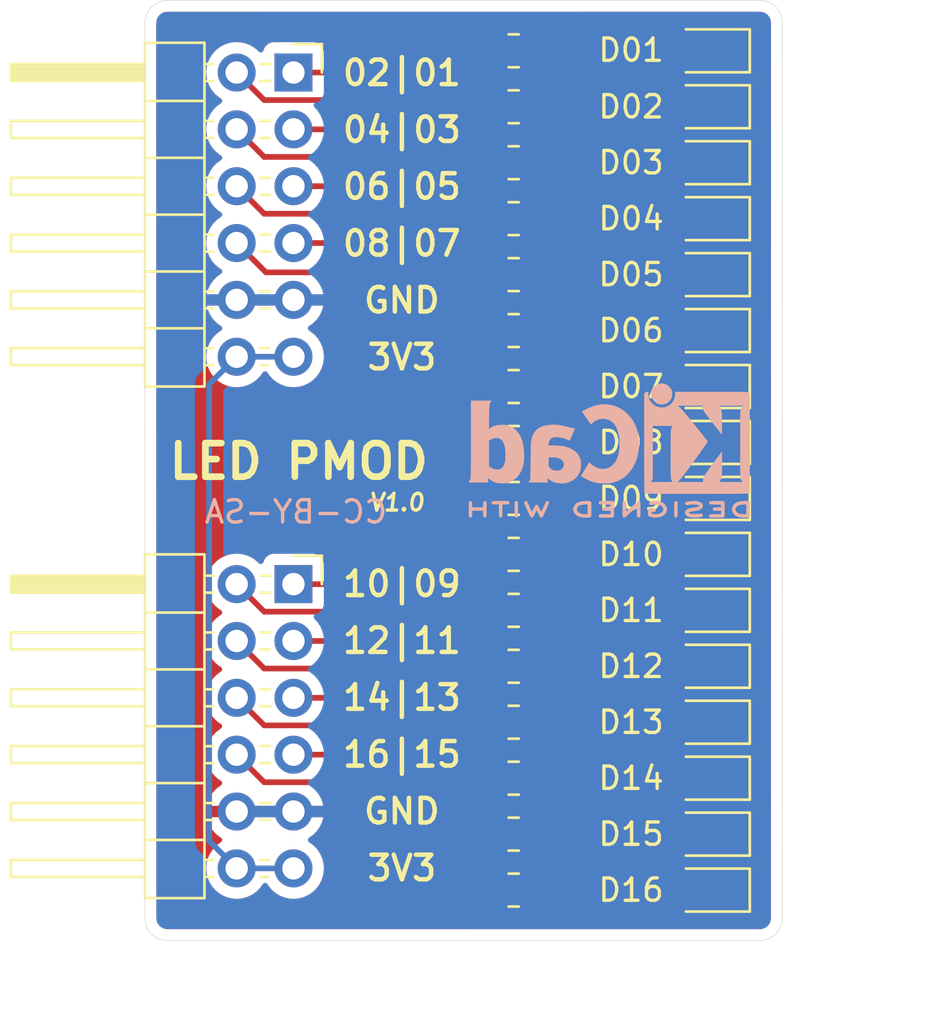
<source format=kicad_pcb>
(kicad_pcb (version 20211014) (generator pcbnew)
  (title_block (title "PMOD LED Array") (date "2022-04-18") (rev "1.0"))
  (layers (0 "F.Cu" signal) (31 "B.Cu" signal) (34 "B.Paste" user) (35 "F.Paste" user) (36 "B.SilkS" user "B.Silkscreen") (37 "F.SilkS" user "F.Silkscreen") (38 "B.Mask" user) (39 "F.Mask" user) (44 "Edge.Cuts" user))
  (net 0 "")
  (net 1 "GND")
  (net 2 "Net-(D1-Pad2)")
  (net 3 "Net-(D2-Pad2)")
  (net 4 "Net-(D3-Pad2)")
  (net 5 "Net-(D4-Pad2)")
  (net 6 "Net-(D5-Pad2)")
  (net 7 "Net-(D6-Pad2)")
  (net 8 "Net-(D7-Pad2)")
  (net 9 "Net-(D8-Pad2)")
  (net 10 "Net-(D9-Pad2)")
  (net 11 "Net-(D10-Pad2)")
  (net 12 "Net-(D11-Pad2)")
  (net 13 "Net-(D12-Pad2)")
  (net 14 "Net-(D13-Pad2)")
  (net 15 "Net-(D14-Pad2)")
  (net 16 "Net-(D15-Pad2)")
  (net 17 "Net-(D16-Pad2)")
  (net 18 "/p1")
  (net 19 "/p3")
  (net 20 "/p5")
  (net 21 "/p7")
  (net 22 "+3V3")
  (net 23 "/p2")
  (net 24 "/p4")
  (net 25 "/p6")
  (net 26 "/p8")
  (net 27 "/p9")
  (net 28 "/p11")
  (net 29 "/p13")
  (net 30 "/p15")
  (net 31 "/p10")
  (net 32 "/p12")
  (net 33 "/p14")
  (net 34 "/p16")
  (footprint "Pmod:Pmod_Header_2x06_P2.54mm_Horizontal" (layer "F.Cu") (at 102.71 86.92 180)
    (fp_text reference "J1")
    (fp_text value "PMOD")
    (pad "1" thru_hole rect (at 0 12.7 180) (size 1.7 1.7) (drill 1) (layers *.Cu *.Mask) (net 18 "/p1"))
    (pad "2" thru_hole oval (at 0 10.16 180) (size 1.7 1.7) (drill 1) (layers *.Cu *.Mask) (net 19 "/p3"))
    (pad "3" thru_hole oval (at 0 7.62 180) (size 1.7 1.7) (drill 1) (layers *.Cu *.Mask) (net 20 "/p5"))
    (pad "4" thru_hole oval (at 0 5.08 180) (size 1.7 1.7) (drill 1) (layers *.Cu *.Mask) (net 21 "/p7"))
    (pad "5" thru_hole oval (at 0 2.54 180) (size 1.7 1.7) (drill 1) (layers *.Cu *.Mask) (net 1 "GND"))
    (pad "6" thru_hole circle (at 0 0 180) (size 1.7 1.7) (drill 1) (layers *.Cu *.Mask) (net 22 "+3V3"))
    (pad "7" thru_hole circle (at 2.54 12.7 180) (size 1.7 1.7) (drill 1) (layers *.Cu *.Mask) (net 23 "/p2"))
    (pad "8" thru_hole oval (at 2.54 10.16 180) (size 1.7 1.7) (drill 1) (layers *.Cu *.Mask) (net 24 "/p4"))
    (pad "9" thru_hole oval (at 2.54 7.62 180) (size 1.7 1.7) (drill 1) (layers *.Cu *.Mask) (net 25 "/p6"))
    (pad "10" thru_hole oval (at 2.54 5.08 180) (size 1.7 1.7) (drill 1) (layers *.Cu *.Mask) (net 26 "/p8"))
    (pad "11" thru_hole oval (at 2.54 2.54 180) (size 1.7 1.7) (drill 1) (layers *.Cu *.Mask) (net 1 "GND"))
    (pad "12" thru_hole oval (at 2.54 0 180) (size 1.7 1.7) (drill 1) (layers *.Cu *.Mask) (net 22 "+3V3"))
  )
  (footprint "Resistor_SMD:R_0805_2012Metric_Pad1.20x1.40mm_HandSolder" (layer "F.Cu") (at 112.56 83.25)
    (fp_text reference "R5" hide)
    (fp_text value "220" hide)
    (pad "1" smd roundrect (at -1 0) (size 1.2 1.4) (layers "F.Cu" "F.Paste" "F.Mask") (roundrect_rratio 0.2083333333) (net 20 "/p5"))
    (pad "2" smd roundrect (at 1 0) (size 1.2 1.4) (layers "F.Cu" "F.Paste" "F.Mask") (roundrect_rratio 0.2083333333) (net 6 "Net-(D5-Pad2)"))
  )
  (footprint "LED_SMD:LED_0805_2012Metric_Pad1.15x1.40mm_HandSolder" (layer "F.Cu") (at 121.26 80.75 180)
    (fp_text reference "D04" (at 3.45 0) (layer "F.SilkS"))
    (fp_text value "LED" hide)
    (pad "1" smd roundrect (at -1.025 0 180) (size 1.15 1.4) (layers "F.Cu" "F.Paste" "F.Mask") (roundrect_rratio 0.2173913043) (net 1 "GND"))
    (pad "2" smd roundrect (at 1.025 0 180) (size 1.15 1.4) (layers "F.Cu" "F.Paste" "F.Mask") (roundrect_rratio 0.2173913043) (net 5 "Net-(D4-Pad2)"))
  )
  (footprint "Resistor_SMD:R_0805_2012Metric_Pad1.20x1.40mm_HandSolder" (layer "F.Cu") (at 112.56 110.75)
    (fp_text reference "R16" hide)
    (fp_text value "220" hide)
    (pad "1" smd roundrect (at -1 0) (size 1.2 1.4) (layers "F.Cu" "F.Paste" "F.Mask") (roundrect_rratio 0.2083333333) (net 34 "/p16"))
    (pad "2" smd roundrect (at 1 0) (size 1.2 1.4) (layers "F.Cu" "F.Paste" "F.Mask") (roundrect_rratio 0.2083333333) (net 17 "Net-(D16-Pad2)"))
  )
  (footprint "Resistor_SMD:R_0805_2012Metric_Pad1.20x1.40mm_HandSolder" (layer "F.Cu") (at 112.56 98.25)
    (fp_text reference "R11" hide)
    (fp_text value "220" hide)
    (pad "1" smd roundrect (at -1 0) (size 1.2 1.4) (layers "F.Cu" "F.Paste" "F.Mask") (roundrect_rratio 0.2083333333) (net 28 "/p11"))
    (pad "2" smd roundrect (at 1 0) (size 1.2 1.4) (layers "F.Cu" "F.Paste" "F.Mask") (roundrect_rratio 0.2083333333) (net 12 "Net-(D11-Pad2)"))
  )
  (footprint "Resistor_SMD:R_0805_2012Metric_Pad1.20x1.40mm_HandSolder" (layer "F.Cu") (at 112.56 75.75)
    (fp_text reference "R2" hide)
    (fp_text value "220" hide)
    (pad "1" smd roundrect (at -1 0) (size 1.2 1.4) (layers "F.Cu" "F.Paste" "F.Mask") (roundrect_rratio 0.2083333333) (net 23 "/p2"))
    (pad "2" smd roundrect (at 1 0) (size 1.2 1.4) (layers "F.Cu" "F.Paste" "F.Mask") (roundrect_rratio 0.2083333333) (net 3 "Net-(D2-Pad2)"))
  )
  (footprint "Resistor_SMD:R_0805_2012Metric_Pad1.20x1.40mm_HandSolder" (layer "F.Cu") (at 112.56 108.25)
    (fp_text reference "R15" hide)
    (fp_text value "220" hide)
    (pad "1" smd roundrect (at -1 0) (size 1.2 1.4) (layers "F.Cu" "F.Paste" "F.Mask") (roundrect_rratio 0.2083333333) (net 30 "/p15"))
    (pad "2" smd roundrect (at 1 0) (size 1.2 1.4) (layers "F.Cu" "F.Paste" "F.Mask") (roundrect_rratio 0.2083333333) (net 16 "Net-(D15-Pad2)"))
  )
  (footprint "LED_SMD:LED_0805_2012Metric_Pad1.15x1.40mm_HandSolder" (layer "F.Cu") (at 121.26 105.75 180)
    (fp_text reference "D14" (at 3.45 0) (layer "F.SilkS"))
    (fp_text value "LED" hide)
    (pad "1" smd roundrect (at -1.025 0 180) (size 1.15 1.4) (layers "F.Cu" "F.Paste" "F.Mask") (roundrect_rratio 0.2173913043) (net 1 "GND"))
    (pad "2" smd roundrect (at 1.025 0 180) (size 1.15 1.4) (layers "F.Cu" "F.Paste" "F.Mask") (roundrect_rratio 0.2173913043) (net 15 "Net-(D14-Pad2)"))
  )
  (footprint "LED_SMD:LED_0805_2012Metric_Pad1.15x1.40mm_HandSolder" (layer "F.Cu") (at 121.26 90.75 180)
    (fp_text reference "D08" (at 3.45 0) (layer "F.SilkS"))
    (fp_text value "LED" hide)
    (pad "1" smd roundrect (at -1.025 0 180) (size 1.15 1.4) (layers "F.Cu" "F.Paste" "F.Mask") (roundrect_rratio 0.2173913043) (net 1 "GND"))
    (pad "2" smd roundrect (at 1.025 0 180) (size 1.15 1.4) (layers "F.Cu" "F.Paste" "F.Mask") (roundrect_rratio 0.2173913043) (net 9 "Net-(D8-Pad2)"))
  )
  (footprint "LED_SMD:LED_0805_2012Metric_Pad1.15x1.40mm_HandSolder" (layer "F.Cu") (at 121.26 73.25 180)
    (fp_text reference "D01" (at 3.45 0.03) (layer "F.SilkS"))
    (fp_text value "LED" hide)
    (pad "1" smd roundrect (at -1.025 0 180) (size 1.15 1.4) (layers "F.Cu" "F.Paste" "F.Mask") (roundrect_rratio 0.2173913043) (net 1 "GND"))
    (pad "2" smd roundrect (at 1.025 0 180) (size 1.15 1.4) (layers "F.Cu" "F.Paste" "F.Mask") (roundrect_rratio 0.2173913043) (net 2 "Net-(D1-Pad2)"))
  )
  (footprint "LED_SMD:LED_0805_2012Metric_Pad1.15x1.40mm_HandSolder" (layer "F.Cu") (at 121.26 108.25 180)
    (fp_text reference "D15" (at 3.45 0) (layer "F.SilkS"))
    (fp_text value "LED" hide)
    (pad "1" smd roundrect (at -1.025 0 180) (size 1.15 1.4) (layers "F.Cu" "F.Paste" "F.Mask") (roundrect_rratio 0.2173913043) (net 1 "GND"))
    (pad "2" smd roundrect (at 1.025 0 180) (size 1.15 1.4) (layers "F.Cu" "F.Paste" "F.Mask") (roundrect_rratio 0.2173913043) (net 16 "Net-(D15-Pad2)"))
  )
  (footprint "Resistor_SMD:R_0805_2012Metric_Pad1.20x1.40mm_HandSolder" (layer "F.Cu") (at 112.56 78.25)
    (fp_text reference "R3" hide)
    (fp_text value "220" hide)
    (pad "1" smd roundrect (at -1 0) (size 1.2 1.4) (layers "F.Cu" "F.Paste" "F.Mask") (roundrect_rratio 0.2083333333) (net 19 "/p3"))
    (pad "2" smd roundrect (at 1 0) (size 1.2 1.4) (layers "F.Cu" "F.Paste" "F.Mask") (roundrect_rratio 0.2083333333) (net 4 "Net-(D3-Pad2)"))
  )
  (footprint "Resistor_SMD:R_0805_2012Metric_Pad1.20x1.40mm_HandSolder" (layer "F.Cu") (at 112.56 103.25)
    (fp_text reference "R13" hide)
    (fp_text value "220" hide)
    (pad "1" smd roundrect (at -1 0) (size 1.2 1.4) (layers "F.Cu" "F.Paste" "F.Mask") (roundrect_rratio 0.2083333333) (net 29 "/p13"))
    (pad "2" smd roundrect (at 1 0) (size 1.2 1.4) (layers "F.Cu" "F.Paste" "F.Mask") (roundrect_rratio 0.2083333333) (net 14 "Net-(D13-Pad2)"))
  )
  (footprint "Resistor_SMD:R_0805_2012Metric_Pad1.20x1.40mm_HandSolder" (layer "F.Cu") (at 112.56 88.25)
    (fp_text reference "R7" hide)
    (fp_text value "220" hide)
    (pad "1" smd roundrect (at -1 0) (size 1.2 1.4) (layers "F.Cu" "F.Paste" "F.Mask") (roundrect_rratio 0.2083333333) (net 21 "/p7"))
    (pad "2" smd roundrect (at 1 0) (size 1.2 1.4) (layers "F.Cu" "F.Paste" "F.Mask") (roundrect_rratio 0.2083333333) (net 8 "Net-(D7-Pad2)"))
  )
  (footprint "Resistor_SMD:R_0805_2012Metric_Pad1.20x1.40mm_HandSolder" (layer "F.Cu") (at 112.56 85.75)
    (fp_text reference "R6" hide)
    (fp_text value "220" hide)
    (pad "1" smd roundrect (at -1 0) (size 1.2 1.4) (layers "F.Cu" "F.Paste" "F.Mask") (roundrect_rratio 0.2083333333) (net 25 "/p6"))
    (pad "2" smd roundrect (at 1 0) (size 1.2 1.4) (layers "F.Cu" "F.Paste" "F.Mask") (roundrect_rratio 0.2083333333) (net 7 "Net-(D6-Pad2)"))
  )
  (footprint "LED_SMD:LED_0805_2012Metric_Pad1.15x1.40mm_HandSolder" (layer "F.Cu") (at 121.26 110.75 180)
    (fp_text reference "D16" (at 3.45 0) (layer "F.SilkS"))
    (fp_text value "LED" hide)
    (pad "1" smd roundrect (at -1.025 0 180) (size 1.15 1.4) (layers "F.Cu" "F.Paste" "F.Mask") (roundrect_rratio 0.2173913043) (net 1 "GND"))
    (pad "2" smd roundrect (at 1.025 0 180) (size 1.15 1.4) (layers "F.Cu" "F.Paste" "F.Mask") (roundrect_rratio 0.2173913043) (net 17 "Net-(D16-Pad2)"))
  )
  (footprint "LED_SMD:LED_0805_2012Metric_Pad1.15x1.40mm_HandSolder" (layer "F.Cu") (at 121.26 103.25 180)
    (fp_text reference "D13" (at 3.45 0) (layer "F.SilkS"))
    (fp_text value "LED" hide)
    (pad "1" smd roundrect (at -1.025 0 180) (size 1.15 1.4) (layers "F.Cu" "F.Paste" "F.Mask") (roundrect_rratio 0.2173913043) (net 1 "GND"))
    (pad "2" smd roundrect (at 1.025 0 180) (size 1.15 1.4) (layers "F.Cu" "F.Paste" "F.Mask") (roundrect_rratio 0.2173913043) (net 14 "Net-(D13-Pad2)"))
  )
  (footprint "Resistor_SMD:R_0805_2012Metric_Pad1.20x1.40mm_HandSolder" (layer "F.Cu") (at 112.56 100.75)
    (fp_text reference "R12" hide)
    (fp_text value "220" hide)
    (pad "1" smd roundrect (at -1 0) (size 1.2 1.4) (layers "F.Cu" "F.Paste" "F.Mask") (roundrect_rratio 0.2083333333) (net 32 "/p12"))
    (pad "2" smd roundrect (at 1 0) (size 1.2 1.4) (layers "F.Cu" "F.Paste" "F.Mask") (roundrect_rratio 0.2083333333) (net 13 "Net-(D12-Pad2)"))
  )
  (footprint "LED_SMD:LED_0805_2012Metric_Pad1.15x1.40mm_HandSolder" (layer "F.Cu") (at 121.26 93.25 180)
    (fp_text reference "D09" (at 3.45 0) (layer "F.SilkS"))
    (fp_text value "LED" hide)
    (pad "1" smd roundrect (at -1.025 0 180) (size 1.15 1.4) (layers "F.Cu" "F.Paste" "F.Mask") (roundrect_rratio 0.2173913043) (net 1 "GND"))
    (pad "2" smd roundrect (at 1.025 0 180) (size 1.15 1.4) (layers "F.Cu" "F.Paste" "F.Mask") (roundrect_rratio 0.2173913043) (net 10 "Net-(D9-Pad2)"))
  )
  (footprint "Resistor_SMD:R_0805_2012Metric_Pad1.20x1.40mm_HandSolder" (layer "F.Cu") (at 112.56 73.25)
    (fp_text reference "R1" hide)
    (fp_text value "220" hide)
    (pad "1" smd roundrect (at -1 0) (size 1.2 1.4) (layers "F.Cu" "F.Paste" "F.Mask") (roundrect_rratio 0.2083333333) (net 18 "/p1"))
    (pad "2" smd roundrect (at 1 0) (size 1.2 1.4) (layers "F.Cu" "F.Paste" "F.Mask") (roundrect_rratio 0.2083333333) (net 2 "Net-(D1-Pad2)"))
  )
  (footprint "Resistor_SMD:R_0805_2012Metric_Pad1.20x1.40mm_HandSolder" (layer "F.Cu") (at 112.56 95.75)
    (fp_text reference "R10" hide)
    (fp_text value "220" hide)
    (pad "1" smd roundrect (at -1 0) (size 1.2 1.4) (layers "F.Cu" "F.Paste" "F.Mask") (roundrect_rratio 0.2083333333) (net 31 "/p10"))
    (pad "2" smd roundrect (at 1 0) (size 1.2 1.4) (layers "F.Cu" "F.Paste" "F.Mask") (roundrect_rratio 0.2083333333) (net 11 "Net-(D10-Pad2)"))
  )
  (footprint "LED_SMD:LED_0805_2012Metric_Pad1.15x1.40mm_HandSolder" (layer "F.Cu") (at 121.26 75.75 180)
    (fp_text reference "D02" (at 3.45 0) (layer "F.SilkS"))
    (fp_text value "LED" hide)
    (pad "1" smd roundrect (at -1.025 0 180) (size 1.15 1.4) (layers "F.Cu" "F.Paste" "F.Mask") (roundrect_rratio 0.2173913043) (net 1 "GND"))
    (pad "2" smd roundrect (at 1.025 0 180) (size 1.15 1.4) (layers "F.Cu" "F.Paste" "F.Mask") (roundrect_rratio 0.2173913043) (net 3 "Net-(D2-Pad2)"))
  )
  (footprint "Resistor_SMD:R_0805_2012Metric_Pad1.20x1.40mm_HandSolder" (layer "F.Cu") (at 112.56 90.75)
    (fp_text reference "R8" hide)
    (fp_text value "220" hide)
    (pad "1" smd roundrect (at -1 0) (size 1.2 1.4) (layers "F.Cu" "F.Paste" "F.Mask") (roundrect_rratio 0.2083333333) (net 26 "/p8"))
    (pad "2" smd roundrect (at 1 0) (size 1.2 1.4) (layers "F.Cu" "F.Paste" "F.Mask") (roundrect_rratio 0.2083333333) (net 9 "Net-(D8-Pad2)"))
  )
  (footprint "LED_SMD:LED_0805_2012Metric_Pad1.15x1.40mm_HandSolder" (layer "F.Cu") (at 121.26 78.25 180)
    (fp_text reference "D03" (at 3.45 0) (layer "F.SilkS"))
    (fp_text value "LED" hide)
    (pad "1" smd roundrect (at -1.025 0 180) (size 1.15 1.4) (layers "F.Cu" "F.Paste" "F.Mask") (roundrect_rratio 0.2173913043) (net 1 "GND"))
    (pad "2" smd roundrect (at 1.025 0 180) (size 1.15 1.4) (layers "F.Cu" "F.Paste" "F.Mask") (roundrect_rratio 0.2173913043) (net 4 "Net-(D3-Pad2)"))
  )
  (footprint "LED_SMD:LED_0805_2012Metric_Pad1.15x1.40mm_HandSolder" (layer "F.Cu") (at 121.26 85.75 180)
    (fp_text reference "D06" (at 3.45 0) (layer "F.SilkS"))
    (fp_text value "LED" hide)
    (pad "1" smd roundrect (at -1.025 0 180) (size 1.15 1.4) (layers "F.Cu" "F.Paste" "F.Mask") (roundrect_rratio 0.2173913043) (net 1 "GND"))
    (pad "2" smd roundrect (at 1.025 0 180) (size 1.15 1.4) (layers "F.Cu" "F.Paste" "F.Mask") (roundrect_rratio 0.2173913043) (net 7 "Net-(D6-Pad2)"))
  )
  (footprint "Pmod:Pmod_Header_2x06_P2.54mm_Horizontal" (layer "F.Cu") (at 102.71 109.78 180)
    (fp_text reference "J2")
    (fp_text value "PMOD")
    (pad "1" thru_hole rect (at 0 12.7 180) (size 1.7 1.7) (drill 1) (layers *.Cu *.Mask) (net 27 "/p9"))
    (pad "2" thru_hole oval (at 0 10.16 180) (size 1.7 1.7) (drill 1) (layers *.Cu *.Mask) (net 28 "/p11"))
    (pad "3" thru_hole oval (at 0 7.62 180) (size 1.7 1.7) (drill 1) (layers *.Cu *.Mask) (net 29 "/p13"))
    (pad "4" thru_hole oval (at 0 5.08 180) (size 1.7 1.7) (drill 1) (layers *.Cu *.Mask) (net 30 "/p15"))
    (pad "5" thru_hole oval (at 0 2.54 180) (size 1.7 1.7) (drill 1) (layers *.Cu *.Mask) (net 1 "GND"))
    (pad "6" thru_hole circle (at 0 0 180) (size 1.7 1.7) (drill 1) (layers *.Cu *.Mask) (net 22 "+3V3"))
    (pad "7" thru_hole circle (at 2.54 12.7 180) (size 1.7 1.7) (drill 1) (layers *.Cu *.Mask) (net 31 "/p10"))
    (pad "8" thru_hole oval (at 2.54 10.16 180) (size 1.7 1.7) (drill 1) (layers *.Cu *.Mask) (net 32 "/p12"))
    (pad "9" thru_hole oval (at 2.54 7.62 180) (size 1.7 1.7) (drill 1) (layers *.Cu *.Mask) (net 33 "/p14"))
    (pad "10" thru_hole oval (at 2.54 5.08 180) (size 1.7 1.7) (drill 1) (layers *.Cu *.Mask) (net 34 "/p16"))
    (pad "11" thru_hole oval (at 2.54 2.54 180) (size 1.7 1.7) (drill 1) (layers *.Cu *.Mask) (net 1 "GND"))
    (pad "12" thru_hole oval (at 2.54 0 180) (size 1.7 1.7) (drill 1) (layers *.Cu *.Mask) (net 22 "+3V3"))
  )
  (footprint "LED_SMD:LED_0805_2012Metric_Pad1.15x1.40mm_HandSolder" (layer "F.Cu") (at 121.26 88.25 180)
    (fp_text reference "D07" (at 3.45 0) (layer "F.SilkS"))
    (fp_text value "LED" hide)
    (pad "1" smd roundrect (at -1.025 0 180) (size 1.15 1.4) (layers "F.Cu" "F.Paste" "F.Mask") (roundrect_rratio 0.2173913043) (net 1 "GND"))
    (pad "2" smd roundrect (at 1.025 0 180) (size 1.15 1.4) (layers "F.Cu" "F.Paste" "F.Mask") (roundrect_rratio 0.2173913043) (net 8 "Net-(D7-Pad2)"))
  )
  (footprint "Resistor_SMD:R_0805_2012Metric_Pad1.20x1.40mm_HandSolder" (layer "F.Cu") (at 112.56 105.75)
    (fp_text reference "R14" hide)
    (fp_text value "220" hide)
    (pad "1" smd roundrect (at -1 0) (size 1.2 1.4) (layers "F.Cu" "F.Paste" "F.Mask") (roundrect_rratio 0.2083333333) (net 33 "/p14"))
    (pad "2" smd roundrect (at 1 0) (size 1.2 1.4) (layers "F.Cu" "F.Paste" "F.Mask") (roundrect_rratio 0.2083333333) (net 15 "Net-(D14-Pad2)"))
  )
  (footprint "LED_SMD:LED_0805_2012Metric_Pad1.15x1.40mm_HandSolder" (layer "F.Cu") (at 121.26 98.25 180)
    (fp_text reference "D11" (at 3.45 0) (layer "F.SilkS"))
    (fp_text value "LED" hide)
    (pad "1" smd roundrect (at -1.025 0 180) (size 1.15 1.4) (layers "F.Cu" "F.Paste" "F.Mask") (roundrect_rratio 0.2173913043) (net 1 "GND"))
    (pad "2" smd roundrect (at 1.025 0 180) (size 1.15 1.4) (layers "F.Cu" "F.Paste" "F.Mask") (roundrect_rratio 0.2173913043) (net 12 "Net-(D11-Pad2)"))
  )
  (footprint "Resistor_SMD:R_0805_2012Metric_Pad1.20x1.40mm_HandSolder" (layer "F.Cu") (at 112.56 93.25)
    (fp_text reference "R9" hide)
    (fp_text value "220" hide)
    (pad "1" smd roundrect (at -1 0) (size 1.2 1.4) (layers "F.Cu" "F.Paste" "F.Mask") (roundrect_rratio 0.2083333333) (net 27 "/p9"))
    (pad "2" smd roundrect (at 1 0) (size 1.2 1.4) (layers "F.Cu" "F.Paste" "F.Mask") (roundrect_rratio 0.2083333333) (net 10 "Net-(D9-Pad2)"))
  )
  (footprint "Resistor_SMD:R_0805_2012Metric_Pad1.20x1.40mm_HandSolder" (layer "F.Cu") (at 112.56 80.75)
    (fp_text reference "R4" hide)
    (fp_text value "220" hide)
    (pad "1" smd roundrect (at -1 0) (size 1.2 1.4) (layers "F.Cu" "F.Paste" "F.Mask") (roundrect_rratio 0.2083333333) (net 24 "/p4"))
    (pad "2" smd roundrect (at 1 0) (size 1.2 1.4) (layers "F.Cu" "F.Paste" "F.Mask") (roundrect_rratio 0.2083333333) (net 5 "Net-(D4-Pad2)"))
  )
  (footprint "LED_SMD:LED_0805_2012Metric_Pad1.15x1.40mm_HandSolder" (layer "F.Cu") (at 121.26 95.75 180)
    (fp_text reference "D10" (at 3.45 0) (layer "F.SilkS"))
    (fp_text value "LED" hide)
    (pad "1" smd roundrect (at -1.025 0 180) (size 1.15 1.4) (layers "F.Cu" "F.Paste" "F.Mask") (roundrect_rratio 0.2173913043) (net 1 "GND"))
    (pad "2" smd roundrect (at 1.025 0 180) (size 1.15 1.4) (layers "F.Cu" "F.Paste" "F.Mask") (roundrect_rratio 0.2173913043) (net 11 "Net-(D10-Pad2)"))
  )
  (footprint "LED_SMD:LED_0805_2012Metric_Pad1.15x1.40mm_HandSolder" (layer "F.Cu") (at 121.26 100.75 180)
    (fp_text reference "D12" (at 3.45 0) (layer "F.SilkS"))
    (fp_text value "LED" hide)
    (pad "1" smd roundrect (at -1.025 0 180) (size 1.15 1.4) (layers "F.Cu" "F.Paste" "F.Mask") (roundrect_rratio 0.2173913043) (net 1 "GND"))
    (pad "2" smd roundrect (at 1.025 0 180) (size 1.15 1.4) (layers "F.Cu" "F.Paste" "F.Mask") (roundrect_rratio 0.2173913043) (net 13 "Net-(D12-Pad2)"))
  )
  (footprint "LED_SMD:LED_0805_2012Metric_Pad1.15x1.40mm_HandSolder" (layer "F.Cu") (at 121.26 83.25 180)
    (fp_text reference "D05" (at 3.45 0) (layer "F.SilkS"))
    (fp_text value "LED" hide)
    (pad "1" smd roundrect (at -1.025 0 180) (size 1.15 1.4) (layers "F.Cu" "F.Paste" "F.Mask") (roundrect_rratio 0.2173913043) (net 1 "GND"))
    (pad "2" smd roundrect (at 1.025 0 180) (size 1.15 1.4) (layers "F.Cu" "F.Paste" "F.Mask") (roundrect_rratio 0.2173913043) (net 6 "Net-(D5-Pad2)"))
  )
  (footprint "Symbol:KiCad-Logo2_5mm_SilkScreen" (layer "B.Cu") (at 116.84 91.1 180)
    (fp_text reference "REF**" hide)
    (fp_text value "KiCad-Logo2_5mm_SilkScreen" hide)
  )
  (gr_arc (start 96.064493 71.999493) (mid 96.357386 71.292386) (end 97.064493 70.999493) (layer "Edge.Cuts") (width 0.0254))
  (gr_line (start 97.068493 113.001493) (end 123.572893 113.002893) (layer "Edge.Cuts") (width 0.0254))
  (gr_line (start 96.068493 112.001493) (end 96.064493 71.999493) (layer "Edge.Cuts") (width 0.0254))
  (gr_arc (start 97.068493 113.001493) (mid 96.361386 112.7086) (end 96.068493 112.001493) (layer "Edge.Cuts") (width 0.0254))
  (gr_line (start 97.064493 70.999493) (end 123.574893 70.996893) (layer "Edge.Cuts") (width 0.0254))
  (gr_arc (start 123.574893 70.996893) (mid 124.282 71.289786) (end 124.574893 71.996893) (layer "Edge.Cuts") (width 0.0254))
  (gr_line (start 124.574893 71.996893) (end 124.572893 112.002893) (layer "Edge.Cuts") (width 0.0254))
  (gr_arc (start 124.572893 112.002893) (mid 124.28 112.71) (end 123.572893 113.002893) (layer "Edge.Cuts") (width 0.0254))
  (gr_text "CC-BY-SA" (at 102.82 93.85) (layer "B.SilkS") (effects (font (size 1 1)) (justify mirror)))
  (gr_text "GND" (at 107.56 84.4) (layer "F.SilkS") (effects (font (size 1.1 1.1) (thickness 0.2))))
  (gr_text "3V3" (at 107.56 86.94) (layer "F.SilkS") (effects (font (size 1.1 1.1) (thickness 0.2))))
  (gr_text "06|05" (at 107.56 79.32) (layer "F.SilkS") (effects (font (size 1.1 1.1) (thickness 0.2))))
  (gr_text "02|01" (at 107.56 74.24) (layer "F.SilkS") (effects (font (size 1.1 1.1) (thickness 0.2))))
  (gr_text "10|09" (at 107.56 97.07) (layer "F.SilkS") (effects (font (size 1.1 1.1) (thickness 0.2))))
  (gr_text "LED PMOD" (at 102.95 91.6) (layer "F.SilkS") (effects (font (size 1.5 1.5) (thickness 0.3))))
  (gr_text "16|15" (at 107.56 104.69) (layer "F.SilkS") (effects (font (size 1.1 1.1) (thickness 0.2))))
  (gr_text "3V3" (at 107.56 109.77) (layer "F.SilkS") (effects (font (size 1.1 1.1) (thickness 0.2))))
  (gr_text "14|13" (at 107.56 102.15) (layer "F.SilkS") (effects (font (size 1.1 1.1) (thickness 0.2))))
  (gr_text "V1.0" (at 107.33 93.43) (layer "F.SilkS") (effects (font (size 0.75 0.75) (thickness 0.15) italic)))
  (gr_text "12|11" (at 107.56 99.61) (layer "F.SilkS") (effects (font (size 1.1 1.1) (thickness 0.2))))
  (gr_text "04|03" (at 107.56 76.78) (layer "F.SilkS") (effects (font (size 1.1 1.1) (thickness 0.2))))
  (gr_text "08|07" (at 107.56 81.86) (layer "F.SilkS") (effects (font (size 1.1 1.1) (thickness 0.2))))
  (gr_text "GND" (at 107.56 107.23) (layer "F.SilkS") (effects (font (size 1.1 1.1) (thickness 0.2))))
  (segment (start 113.56 73.25) (end 120.235 73.25) (width 0.254) (layer "F.Cu") (net 2))
  (segment (start 113.56 75.75) (end 120.235 75.75) (width 0.254) (layer "F.Cu") (net 3))
  (segment (start 113.56 78.25) (end 120.235 78.25) (width 0.254) (layer "F.Cu") (net 4))
  (segment (start 113.56 80.75) (end 120.235 80.75) (width 0.254) (layer "F.Cu") (net 5))
  (segment (start 113.56 83.25) (end 120.235 83.25) (width 0.254) (layer "F.Cu") (net 6))
  (segment (start 113.56 85.75) (end 120.235 85.75) (width 0.254) (layer "F.Cu") (net 7))
  (segment (start 113.56 88.25) (end 120.235 88.25) (width 0.254) (layer "F.Cu") (net 8))
  (segment (start 113.56 90.75) (end 120.235 90.75) (width 0.254) (layer "F.Cu") (net 9))
  (segment (start 113.56 93.25) (end 120.235 93.25) (width 0.254) (layer "F.Cu") (net 10))
  (segment (start 113.56 95.75) (end 120.235 95.75) (width 0.254) (layer "F.Cu") (net 11))
  (segment (start 113.56 98.25) (end 120.235 98.25) (width 0.254) (layer "F.Cu") (net 12))
  (segment (start 113.56 100.75) (end 120.235 100.75) (width 0.254) (layer "F.Cu") (net 13))
  (segment (start 113.56 103.25) (end 120.235 103.25) (width 0.254) (layer "F.Cu") (net 14))
  (segment (start 113.56 105.75) (end 120.235 105.75) (width 0.254) (layer "F.Cu") (net 15))
  (segment (start 113.56 108.25) (end 120.235 108.25) (width 0.254) (layer "F.Cu") (net 16))
  (segment (start 113.56 110.75) (end 120.235 110.75) (width 0.254) (layer "F.Cu") (net 17))
  (segment (start 110.59 74.22) (end 102.71 74.22) (width 0.254) (layer "F.Cu") (net 18))
  (segment (start 111.56 73.25) (end 110.59 74.22) (width 0.254) (layer "F.Cu") (net 18))
  (segment (start 110.07 76.76) (end 111.56 78.25) (width 0.254) (layer "F.Cu") (net 19))
  (segment (start 102.71 76.76) (end 110.07 76.76) (width 0.254) (layer "F.Cu") (net 19))
  (segment (start 102.71 79.3) (end 107.61 79.3) (width 0.254) (layer "F.Cu") (net 20))
  (segment (start 107.61 79.3) (end 111.56 83.25) (width 0.254) (layer "F.Cu") (net 20))
  (segment (start 105.15 81.84) (end 111.56 88.25) (width 0.254) (layer "F.Cu") (net 21))
  (segment (start 111.56 88.25) (end 111.56 87.69) (width 0.254) (layer "F.Cu") (net 21))
  (segment (start 102.71 81.84) (end 105.15 81.84) (width 0.254) (layer "F.Cu") (net 21))
  (segment (start 98.939489 108.549489) (end 100.17 109.78) (width 0.254) (layer "B.Cu") (net 22))
  (segment (start 100.17 109.78) (end 102.71 109.78) (width 0.254) (layer "B.Cu") (net 22))
  (segment (start 98.939489 88.150511) (end 98.939489 108.549489) (width 0.254) (layer "B.Cu") (net 22))
  (segment (start 100.17 86.92) (end 98.939489 88.150511) (width 0.254) (layer "B.Cu") (net 22))
  (segment (start 102.71 86.92) (end 100.17 86.92) (width 0.254) (layer "B.Cu") (net 22))
  (segment (start 111.260511 75.450511) (end 111.56 75.75) (width 0.254) (layer "F.Cu") (net 23))
  (segment (start 101.400511 75.450511) (end 111.260511 75.450511) (width 0.254) (layer "F.Cu") (net 23))
  (segment (start 100.17 74.22) (end 101.400511 75.450511) (width 0.254) (layer "F.Cu") (net 23))
  (segment (start 100.17 76.76) (end 101.400511 77.990511) (width 0.254) (layer "F.Cu") (net 24))
  (segment (start 101.400511 77.990511) (end 108.800511 77.990511) (width 0.254) (layer "F.Cu") (net 24))
  (segment (start 108.800511 77.990511) (end 111.56 80.75) (width 0.254) (layer "F.Cu") (net 24))
  (segment (start 106.340511 80.530511) (end 111.56 85.75) (width 0.254) (layer "F.Cu") (net 25))
  (segment (start 100.17 79.3) (end 101.400511 80.530511) (width 0.254) (layer "F.Cu") (net 25))
  (segment (start 101.400511 80.530511) (end 106.340511 80.530511) (width 0.254) (layer "F.Cu") (net 25))
  (segment (start 101.479489 83.149489) (end 103.959489 83.149489) (width 0.254) (layer "F.Cu") (net 26))
  (segment (start 103.959489 83.149489) (end 111.56 90.75) (width 0.254) (layer "F.Cu") (net 26))
  (segment (start 100.17 81.84) (end 101.479489 83.149489) (width 0.254) (layer "F.Cu") (net 26))
  (segment (start 102.71 97.08) (end 107.73 97.08) (width 0.254) (layer "F.Cu") (net 27))
  (segment (start 107.73 97.08) (end 111.56 93.25) (width 0.254) (layer "F.Cu") (net 27))
  (segment (start 102.71 99.62) (end 110.19 99.62) (width 0.254) (layer "F.Cu") (net 28))
  (segment (start 110.19 99.62) (end 111.56 98.25) (width 0.254) (layer "F.Cu") (net 28))
  (segment (start 102.71 102.16) (end 110.47 102.16) (width 0.254) (layer "F.Cu") (net 29))
  (segment (start 110.47 102.16) (end 111.56 103.25) (width 0.254) (layer "F.Cu") (net 29))
  (segment (start 102.71 104.7) (end 108.01 104.7) (width 0.254) (layer "F.Cu") (net 30))
  (segment (start 108.01 104.7) (end 111.56 108.25) (width 0.254) (layer "F.Cu") (net 30))
  (segment (start 108.999489 98.310511) (end 111.56 95.75) (width 0.254) (layer "F.Cu") (net 31))
  (segment (start 101.400511 98.310511) (end 108.999489 98.310511) (width 0.254) (layer "F.Cu") (net 31))
  (segment (start 100.17 97.08) (end 101.400511 98.310511) (width 0.254) (layer "F.Cu") (net 31))
  (segment (start 101.400511 100.850511) (end 111.459489 100.850511) (width 0.254) (layer "F.Cu") (net 32))
  (segment (start 100.17 99.62) (end 101.400511 100.850511) (width 0.254) (layer "F.Cu") (net 32))
  (segment (start 111.459489 100.850511) (end 111.56 100.75) (width 0.254) (layer "F.Cu") (net 32))
  (segment (start 101.400511 103.390511) (end 109.200511 103.390511) (width 0.254) (layer "F.Cu") (net 33))
  (segment (start 109.200511 103.390511) (end 111.56 105.75) (width 0.254) (layer "F.Cu") (net 33))
  (segment (start 100.17 102.16) (end 101.400511 103.390511) (width 0.254) (layer "F.Cu") (net 33))
  (segment (start 106.740511 105.930511) (end 111.56 110.75) (width 0.254) (layer "F.Cu") (net 34))
  (segment (start 100.17 104.7) (end 101.400511 105.930511) (width 0.254) (layer "F.Cu") (net 34))
  (segment (start 101.400511 105.930511) (end 106.740511 105.930511) (width 0.254) (layer "F.Cu") (net 34))
  (zone (net 1) (net_name "GND") (layers F&B.Cu) (connect_pads (clearance 0.508)) (min_thickness 0.254) (fill yes (thermal_gap 0.508) (thermal_bridge_width 0.508))
    (polygon (pts (xy 124.6 113.02) (xy 96.05 113.02) (xy 96.05 70.98) (xy 124.6 70.98)))
  )
)
</source>
